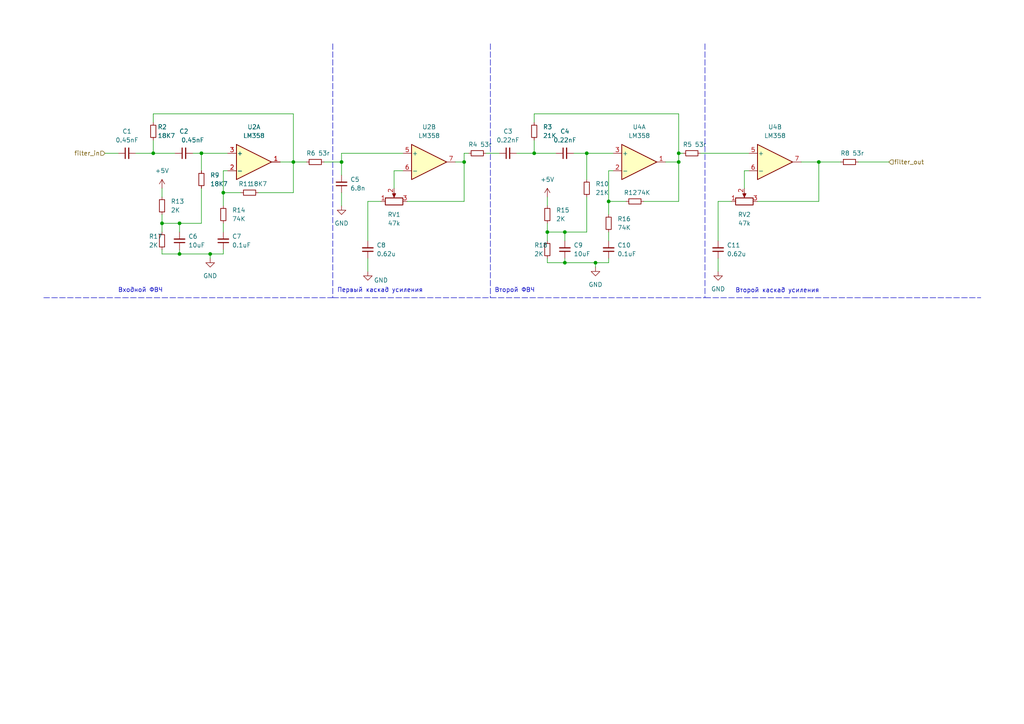
<source format=kicad_sch>
(kicad_sch (version 20211123) (generator eeschema)
  (paper "A4")
  (lib_symbols
    (symbol "Amplifier_Operational:LM358" (pin_names (offset 0.127))
      (property "Reference" "U" (at 0 5.08 0))
      (property "Value" "LM358" (at 0 -5.08 0))
      (symbol "LM358_1_1"
        (polyline (pts (xy -5.08 5.08) (xy 5.08 0) (xy -5.08 -5.08) (xy -5.08 5.08)) (stroke (width 0.254)) (fill (type background)))
        (pin output line (at 7.62 0 180) (length 2.54) (name "~") (number "1"))
        (pin input line (at -7.62 -2.54 0) (length 2.54) (name "-") (number "2"))
        (pin input line (at -7.62 2.54 0) (length 2.54) (name "+") (number "3"))
      )
      (symbol "LM358_2_1"
        (polyline (pts (xy -5.08 5.08) (xy 5.08 0) (xy -5.08 -5.08) (xy -5.08 5.08)) (stroke (width 0.254)) (fill (type background)))
        (pin input line (at -7.62 2.54 0) (length 2.54) (name "+") (number "5"))
        (pin input line (at -7.62 -2.54 0) (length 2.54) (name "-") (number "6"))
        (pin output line (at 7.62 0 180) (length 2.54) (name "~") (number "7"))
      )
      (symbol "LM358_3_1"
        (pin power_in line (at -2.54 -7.62 90) (length 3.81) (name "V-") (number "4"))
        (pin power_in line (at -2.54 7.62 270) (length 3.81) (name "V+") (number "8"))
      )
    )
    (symbol "Device:C_Small" (pin_numbers hide) (pin_names (offset 0.254) hide)
      (property "Reference" "C" (at 0.254 1.778 0))
      (property "Value" "C_Small" (at 0.254 -2.032 0))
      (symbol "C_Small_0_1"
        (polyline (pts (xy -1.524 -0.508) (xy 1.524 -0.508)) (stroke (width 0.3302)))
        (polyline (pts (xy -1.524 0.508) (xy 1.524 0.508)) (stroke (width 0.3048)))
      )
      (symbol "C_Small_1_1"
        (pin passive line (at 0 2.54 270) (length 2.032) (name "~") (number "1"))
        (pin passive line (at 0 -2.54 90) (length 2.032) (name "~") (number "2"))
      )
    )
    (symbol "Device:R_Potentiometer" (pin_names (offset 1.016) hide)
      (property "Reference" "RV" (at -4.445 0 90))
      (property "Value" "R_Potentiometer" (at -2.54 0 90))
      (symbol "R_Potentiometer_0_1"
        (polyline (pts (xy 2.54 0) (xy 1.524 0)))
        (polyline (pts (xy 1.143 0) (xy 2.286 0.508) (xy 2.286 -0.508) (xy 1.143 0)) (fill (type outline)))
        (rectangle (start 1.016 2.54) (end -1.016 -2.54) (stroke (width 0.254)))
      )
      (symbol "R_Potentiometer_1_1"
        (pin passive line (at 0 3.81 270) (length 1.27) (name "1") (number "1"))
        (pin passive line (at 3.81 0 180) (length 1.27) (name "2") (number "2"))
        (pin passive line (at 0 -3.81 90) (length 1.27) (name "3") (number "3"))
      )
    )
    (symbol "Device:R_Small" (pin_numbers hide) (pin_names (offset 0.254) hide)
      (property "Reference" "R" (at 0.762 0.508 0))
      (property "Value" "R_Small" (at 0.762 -1.016 0))
      (symbol "R_Small_0_1"
        (rectangle (start -0.762 1.778) (end 0.762 -1.778) (stroke (width 0.2032)))
      )
      (symbol "R_Small_1_1"
        (pin passive line (at 0 2.54 270) (length 0.762) (name "~") (number "1"))
        (pin passive line (at 0 -2.54 90) (length 0.762) (name "~") (number "2"))
      )
    )
    (symbol "power:+5V" (power) (pin_names (offset 0))
      (property "Value" "+5V" (at 0 3.556 0))
      (symbol "+5V_0_1"
        (polyline (pts (xy -0.762 1.27) (xy 0 2.54)))
        (polyline (pts (xy 0 0) (xy 0 2.54)))
        (polyline (pts (xy 0 2.54) (xy 0.762 1.27)))
      )
      (symbol "+5V_1_1"
        (pin power_in line (at 0 0 90) (length 0) hide (name "+5V") (number "1"))
      )
    )
    (symbol "power:GND" (power) (pin_names (offset 0))
      (property "Value" "GND" (at 0 -3.81 0))
      (symbol "GND_0_1"
        (polyline (pts (xy 0 0) (xy 0 -1.27) (xy 1.27 -1.27) (xy 0 -2.54) (xy -1.27 -1.27) (xy 0 -1.27)))
      )
      (symbol "GND_1_1"
        (pin power_in line (at 0 0 270) (length 0) hide (name "GND") (number "1"))
      )
    )
  )
  (junction (at 134.62 46.99))
  (junction (at 99.06 46.99))
  (junction (at 172.72 76.2))
  (junction (at 163.83 67.31))
  (junction (at 44.45 44.45))
  (junction (at 60.96 73.66))
  (junction (at 64.77 55.88))
  (junction (at 196.85 46.99))
  (junction (at 154.94 44.45))
  (junction (at 46.99 64.77))
  (junction (at 58.42 44.45))
  (junction (at 176.53 58.42))
  (junction (at 158.75 67.31))
  (junction (at 237.49 46.99))
  (junction (at 170.18 44.45))
  (junction (at 52.07 64.77))
  (junction (at 196.85 44.45))
  (junction (at 85.09 46.99))
  (junction (at 163.83 76.2))
  (junction (at 52.07 73.66))
  (wire (pts (xy 196.85 46.99) (xy 196.85 58.42)))
  (wire (pts (xy 170.18 67.31) (xy 163.83 67.31)))
  (wire (pts (xy 106.68 74.93) (xy 106.68 78.74)))
  (wire (pts (xy 64.77 67.31) (xy 64.77 64.77)))
  (wire (pts (xy 134.62 58.42) (xy 134.62 46.99)))
  (wire (pts (xy 154.94 35.56) (xy 154.94 33.02)))
  (wire (pts (xy 118.11 58.42) (xy 134.62 58.42)))
  (wire (pts (xy 203.2 44.45) (xy 217.17 44.45)))
  (wire (pts (xy 217.17 49.53) (xy 215.9 49.53)))
  (wire (pts (xy 46.99 73.66) (xy 52.07 73.66)))
  (wire (pts (xy 46.99 67.31) (xy 46.99 64.77)))
  (wire (pts (xy 99.06 55.88) (xy 99.06 59.69)))
  (wire (pts (xy 69.85 55.88) (xy 64.77 55.88)))
  (wire (pts (xy 196.85 44.45) (xy 198.12 44.45)))
  (wire (pts (xy 64.77 49.53) (xy 66.04 49.53)))
  (wire (pts (xy 154.94 44.45) (xy 154.94 40.64)))
  (wire (pts (xy 163.83 76.2) (xy 172.72 76.2)))
  (wire (pts (xy 158.75 76.2) (xy 163.83 76.2)))
  (wire (pts (xy 114.3 49.53) (xy 114.3 54.61)))
  (polyline (pts (xy 142.24 86.36) (xy 204.47 86.36)))
  (wire (pts (xy 176.53 58.42) (xy 176.53 62.23)))
  (wire (pts (xy 196.85 33.02) (xy 196.85 44.45)))
  (wire (pts (xy 52.07 72.39) (xy 52.07 73.66)))
  (wire (pts (xy 85.09 46.99) (xy 88.9 46.99)))
  (wire (pts (xy 208.28 69.85) (xy 208.28 58.42)))
  (wire (pts (xy 44.45 33.02) (xy 44.45 35.56)))
  (wire (pts (xy 163.83 74.93) (xy 163.83 76.2)))
  (wire (pts (xy 85.09 33.02) (xy 85.09 46.99)))
  (wire (pts (xy 215.9 49.53) (xy 215.9 54.61)))
  (wire (pts (xy 60.96 73.66) (xy 60.96 74.93)))
  (wire (pts (xy 172.72 76.2) (xy 172.72 77.47)))
  (wire (pts (xy 196.85 58.42) (xy 186.69 58.42)))
  (polyline (pts (xy 142.24 12.7) (xy 142.24 86.36)))
  (wire (pts (xy 176.53 49.53) (xy 176.53 58.42)))
  (wire (pts (xy 158.75 74.93) (xy 158.75 76.2)))
  (wire (pts (xy 237.49 46.99) (xy 243.84 46.99)))
  (wire (pts (xy 248.92 46.99) (xy 257.81 46.99)))
  (wire (pts (xy 106.68 58.42) (xy 110.49 58.42)))
  (wire (pts (xy 55.88 44.45) (xy 58.42 44.45)))
  (wire (pts (xy 149.86 44.45) (xy 154.94 44.45)))
  (wire (pts (xy 170.18 44.45) (xy 177.8 44.45)))
  (wire (pts (xy 140.97 44.45) (xy 144.78 44.45)))
  (wire (pts (xy 237.49 58.42) (xy 237.49 46.99)))
  (wire (pts (xy 170.18 52.07) (xy 170.18 44.45)))
  (wire (pts (xy 106.68 69.85) (xy 106.68 58.42)))
  (wire (pts (xy 154.94 44.45) (xy 161.29 44.45)))
  (wire (pts (xy 58.42 44.45) (xy 66.04 44.45)))
  (wire (pts (xy 158.75 67.31) (xy 163.83 67.31)))
  (wire (pts (xy 52.07 64.77) (xy 52.07 67.31)))
  (wire (pts (xy 85.09 46.99) (xy 85.09 55.88)))
  (wire (pts (xy 116.84 44.45) (xy 99.06 44.45)))
  (wire (pts (xy 99.06 44.45) (xy 99.06 46.99)))
  (wire (pts (xy 52.07 73.66) (xy 60.96 73.66)))
  (wire (pts (xy 64.77 55.88) (xy 64.77 59.69)))
  (wire (pts (xy 58.42 44.45) (xy 58.42 49.53)))
  (polyline (pts (xy 204.47 86.36) (xy 251.46 86.36)))
  (wire (pts (xy 39.37 44.45) (xy 44.45 44.45)))
  (wire (pts (xy 46.99 54.61) (xy 46.99 57.15)))
  (wire (pts (xy 181.61 58.42) (xy 176.53 58.42)))
  (polyline (pts (xy 96.52 86.36) (xy 142.24 86.36)))
  (wire (pts (xy 44.45 44.45) (xy 44.45 40.64)))
  (wire (pts (xy 158.75 64.77) (xy 158.75 67.31)))
  (wire (pts (xy 134.62 46.99) (xy 132.08 46.99)))
  (wire (pts (xy 58.42 54.61) (xy 58.42 64.77)))
  (wire (pts (xy 166.37 44.45) (xy 170.18 44.45)))
  (wire (pts (xy 64.77 73.66) (xy 60.96 73.66)))
  (wire (pts (xy 176.53 74.93) (xy 176.53 76.2)))
  (wire (pts (xy 64.77 72.39) (xy 64.77 73.66)))
  (wire (pts (xy 30.48 44.45) (xy 34.29 44.45)))
  (wire (pts (xy 135.89 44.45) (xy 134.62 44.45)))
  (wire (pts (xy 58.42 64.77) (xy 52.07 64.77)))
  (polyline (pts (xy 204.47 12.7) (xy 204.47 86.36)))
  (wire (pts (xy 193.04 46.99) (xy 196.85 46.99)))
  (wire (pts (xy 64.77 55.88) (xy 64.77 49.53)))
  (wire (pts (xy 170.18 57.15) (xy 170.18 67.31)))
  (wire (pts (xy 99.06 46.99) (xy 99.06 50.8)))
  (wire (pts (xy 44.45 44.45) (xy 50.8 44.45)))
  (wire (pts (xy 237.49 46.99) (xy 232.41 46.99)))
  (wire (pts (xy 85.09 33.02) (xy 44.45 33.02)))
  (wire (pts (xy 116.84 49.53) (xy 114.3 49.53)))
  (wire (pts (xy 163.83 67.31) (xy 163.83 69.85)))
  (wire (pts (xy 81.28 46.99) (xy 85.09 46.99)))
  (wire (pts (xy 134.62 44.45) (xy 134.62 46.99)))
  (wire (pts (xy 154.94 33.02) (xy 196.85 33.02)))
  (wire (pts (xy 46.99 64.77) (xy 52.07 64.77)))
  (wire (pts (xy 93.98 46.99) (xy 99.06 46.99)))
  (wire (pts (xy 176.53 76.2) (xy 172.72 76.2)))
  (wire (pts (xy 85.09 55.88) (xy 74.93 55.88)))
  (polyline (pts (xy 251.46 86.36) (xy 284.48 86.36)))
  (wire (pts (xy 208.28 58.42) (xy 212.09 58.42)))
  (wire (pts (xy 208.28 74.93) (xy 208.28 78.74)))
  (polyline (pts (xy 96.52 12.7) (xy 96.52 86.36)))
  (wire (pts (xy 177.8 49.53) (xy 176.53 49.53)))
  (wire (pts (xy 46.99 72.39) (xy 46.99 73.66)))
  (wire (pts (xy 158.75 57.15) (xy 158.75 59.69)))
  (polyline (pts (xy 12.7 86.36) (xy 96.52 86.36)))
  (wire (pts (xy 219.71 58.42) (xy 237.49 58.42)))
  (wire (pts (xy 158.75 69.85) (xy 158.75 67.31)))
  (wire (pts (xy 176.53 69.85) (xy 176.53 67.31)))
  (wire (pts (xy 46.99 62.23) (xy 46.99 64.77)))
  (wire (pts (xy 196.85 44.45) (xy 196.85 46.99)))
  (text "Первый каскад усиления" (at 97.773 84.9998 0) (effects (font (size 1.27 1.27)) (justify left bottom)))
  (text "Второй ФВЧ" (at 143.4344 84.9998 0) (effects (font (size 1.27 1.27)) (justify left bottom)))
  (text "Входной ФВЧ " (at 34.2045 84.9998 0) (effects (font (size 1.27 1.27)) (justify left bottom)))
  (text "Второй каскад усиления" (at 213.2628 85.0899 0) (effects (font (size 1.27 1.27)) (justify left bottom)))
  (hierarchical_label "filter_out" (shape input) (at 257.81 46.99 0))
  (hierarchical_label "filter_in" (shape input) (at 30.48 44.45 180))
  (symbol (lib_id "Device:R_Small") (at 46.99 59.69 0) (unit 1)
    (property "Reference" "R13" (at 49.53 58.4199 0) (effects (justify left)))
    (property "Value" "2K" (at 49.53 60.9599 0) (effects (justify left)))
    (property "Footprint" "Resistor_SMD:R_0603_1608Metric" (effects hide))
  )
  (symbol (lib_id "Device:C_Small") (at 163.83 72.39 180) (unit 1)
    (property "Reference" "C9" (at 166.37 71.1135 0) (effects (justify right)))
    (property "Value" "10uF" (at 166.37 73.6535 0) (effects (justify right)))
    (property "Footprint" "Capacitor_SMD:C_0603_1608Metric" (effects hide))
  )
  (symbol (lib_id "Device:C_Small") (at 52.07 69.85 180) (unit 1)
    (property "Reference" "C6" (at 54.61 68.5735 0) (effects (justify right)))
    (property "Value" "10uF" (at 54.61 71.1135 0) (effects (justify right)))
    (property "Footprint" "Capacitor_SMD:C_0603_1608Metric" (effects hide))
  )
  (symbol (lib_id "Amplifier_Operational:LM358") (at 185.42 46.99 0) (unit 1)
    (property "Reference" "U4" (at 185.42 36.83 0))
    (property "Value" "LM358" (at 185.42 39.37 0))
    (property "Footprint" "Package_SO:SO-8_3.9x4.9mm_P1.27mm" (effects hide))
    (property "Datasheet" "http://www.ti.com/lit/ds/symlink/lm2904-n.pdf" (effects hide))
  )
  (symbol (lib_id "power:GND") (at 172.72 77.47 0) (unit 1)
    (property "Reference" "#PWR09" (effects hide))
    (property "Value" "GND" (at 172.72 82.55 0))
  )
  (symbol (lib_id "Device:C_Small") (at 36.83 44.45 90) (unit 1)
    (property "Reference" "C1" (at 36.8363 38.1 90))
    (property "Value" "0.45nF" (at 36.8363 40.64 90))
    (property "Footprint" "Capacitor_SMD:C_0603_1608Metric" (effects hide))
  )
  (symbol (lib_id "Device:R_Small") (at 170.18 54.61 0) (unit 1)
    (property "Reference" "R10" (at 172.72 53.3399 0) (effects (justify left)))
    (property "Value" "21K" (at 172.72 55.8799 0) (effects (justify left)))
    (property "Footprint" "Resistor_SMD:R_0603_1608Metric" (effects hide))
  )
  (symbol (lib_id "Device:C_Small") (at 208.28 72.39 180) (unit 1)
    (property "Reference" "C11" (at 210.82 71.12 0) (effects (justify right)))
    (property "Value" "0.62u" (at 210.82 73.66 0) (effects (justify right)))
    (property "Footprint" "Capacitor_SMD:C_0603_1608Metric" (effects hide))
  )
  (symbol (lib_id "Device:C_Small") (at 99.06 53.34 180) (unit 1)
    (property "Reference" "C5" (at 101.6 52.0635 0) (effects (justify right)))
    (property "Value" "6.8n" (at 101.6 54.6035 0) (effects (justify right)))
    (property "Footprint" "Capacitor_SMD:C_0603_1608Metric" (effects hide))
  )
  (symbol (lib_id "Device:C_Small") (at 53.34 44.45 90) (unit 1)
    (property "Reference" "C2" (at 53.34 38.1 90))
    (property "Value" "0.45nF" (at 55.88 40.64 90))
    (property "Footprint" "Capacitor_SMD:C_0603_1608Metric" (effects hide))
  )
  (symbol (lib_id "Amplifier_Operational:LM358") (at 124.46 46.99 0) (unit 2)
    (property "Reference" "U2" (at 124.46 36.83 0))
    (property "Value" "LM358" (at 124.46 39.37 0))
    (property "Footprint" "Package_SO:SO-8_3.9x4.9mm_P1.27mm" (effects hide))
    (property "Datasheet" "http://www.ti.com/lit/ds/symlink/lm2904-n.pdf" (effects hide))
  )
  (symbol (lib_id "Device:R_Small") (at 246.38 46.99 90) (unit 1)
    (property "Reference" "R8" (at 245.11 44.45 90))
    (property "Value" "53r" (at 248.92 44.45 90))
    (property "Footprint" "Resistor_SMD:R_0603_1608Metric" (effects hide))
  )
  (symbol (lib_id "Device:R_Small") (at 176.53 64.77 0) (unit 1)
    (property "Reference" "R16" (at 179.07 63.4999 0) (effects (justify left)))
    (property "Value" "74K" (at 179.07 66.0399 0) (effects (justify left)))
    (property "Footprint" "Resistor_SMD:R_0603_1608Metric" (effects hide))
  )
  (symbol (lib_id "power:+5V") (at 158.75 57.15 0) (unit 1)
    (property "Reference" "#PWR05" (effects hide))
    (property "Value" "+5V" (at 158.75 52.07 0))
  )
  (symbol (lib_id "Device:C_Small") (at 163.83 44.45 90) (unit 1)
    (property "Reference" "C4" (at 163.8363 38.1 90))
    (property "Value" "0.22nF" (at 163.8363 40.64 90))
    (property "Footprint" "Capacitor_SMD:C_0603_1608Metric" (effects hide))
  )
  (symbol (lib_id "Device:R_Small") (at 46.99 69.85 0) (unit 1)
    (property "Reference" "R17" (at 43.18 68.58 0) (effects (justify left)))
    (property "Value" "2K" (at 43.18 71.12 0) (effects (justify left)))
    (property "Footprint" "Resistor_SMD:R_0603_1608Metric" (effects hide))
  )
  (symbol (lib_id "power:+5V") (at 46.99 54.61 0) (unit 1)
    (property "Reference" "#PWR04" (effects hide))
    (property "Value" "+5V" (at 46.99 49.53 0))
  )
  (symbol (lib_id "Device:R_Small") (at 158.75 62.23 0) (unit 1)
    (property "Reference" "R15" (at 161.29 60.9599 0) (effects (justify left)))
    (property "Value" "2K" (at 161.29 63.4999 0) (effects (justify left)))
    (property "Footprint" "Resistor_SMD:R_0603_1608Metric" (effects hide))
  )
  (symbol (lib_id "Device:R_Small") (at 200.66 44.45 90) (unit 1)
    (property "Reference" "R5" (at 199.39 41.91 90))
    (property "Value" "53r" (at 203.2 41.91 90))
    (property "Footprint" "Resistor_SMD:R_0603_1608Metric" (effects hide))
  )
  (symbol (lib_id "Device:R_Small") (at 184.15 58.42 90) (unit 1)
    (property "Reference" "R12" (at 182.88 55.88 90))
    (property "Value" "74K" (at 186.69 55.88 90))
    (property "Footprint" "Resistor_SMD:R_0603_1608Metric" (effects hide))
  )
  (symbol (lib_id "Device:R_Small") (at 154.94 38.1 180) (unit 1)
    (property "Reference" "R3" (at 157.48 36.8299 0) (effects (justify right)))
    (property "Value" "21K" (at 157.48 39.3699 0) (effects (justify right)))
    (property "Footprint" "Resistor_SMD:R_0603_1608Metric" (effects hide))
  )
  (symbol (lib_id "power:GND") (at 60.96 74.93 0) (unit 1)
    (property "Reference" "#PWR08" (effects hide))
    (property "Value" "GND" (at 60.96 80.01 0))
  )
  (symbol (lib_id "Device:R_Small") (at 58.42 52.07 0) (unit 1)
    (property "Reference" "R9" (at 60.96 50.7999 0) (effects (justify left)))
    (property "Value" "18K7" (at 60.96 53.3399 0) (effects (justify left)))
    (property "Footprint" "Resistor_SMD:R_0603_1608Metric" (effects hide))
  )
  (symbol (lib_id "Device:R_Small") (at 138.43 44.45 90) (unit 1)
    (property "Reference" "R4" (at 137.16 41.91 90))
    (property "Value" "53r" (at 140.97 41.91 90))
    (property "Footprint" "Resistor_SMD:R_0603_1608Metric" (effects hide))
  )
  (symbol (lib_id "Device:R_Potentiometer") (at 114.3 58.42 90) (unit 1)
    (property "Reference" "RV1" (at 114.3 62.23 90))
    (property "Value" "47k" (at 114.3 64.77 90))
    (property "Footprint" "Potentiometer_THT:Potentiometer_Bourns_3296W_Vertical" (effects hide))
  )
  (symbol (lib_id "Device:C_Small") (at 147.32 44.45 90) (unit 1)
    (property "Reference" "C3" (at 147.3263 38.1 90))
    (property "Value" "0.22nF" (at 147.3263 40.64 90))
    (property "Footprint" "Capacitor_SMD:C_0603_1608Metric" (effects hide))
  )
  (symbol (lib_id "Device:R_Small") (at 158.75 72.39 0) (unit 1)
    (property "Reference" "R18" (at 154.94 71.12 0) (effects (justify left)))
    (property "Value" "2K" (at 154.94 73.66 0) (effects (justify left)))
    (property "Footprint" "Resistor_SMD:R_0603_1608Metric" (effects hide))
  )
  (symbol (lib_id "Device:R_Potentiometer") (at 215.9 58.42 90) (unit 1)
    (property "Reference" "RV2" (at 215.9 62.23 90))
    (property "Value" "47k" (at 215.9 64.77 90))
    (property "Footprint" "Potentiometer_THT:Potentiometer_Bourns_3296W_Vertical" (effects hide))
  )
  (symbol (lib_id "Amplifier_Operational:LM358") (at 73.66 46.99 0) (unit 1)
    (property "Reference" "U2" (at 73.66 36.83 0))
    (property "Value" "LM358" (at 73.66 39.37 0))
    (property "Footprint" "Package_SO:SO-8_3.9x4.9mm_P1.27mm" (effects hide))
    (property "Datasheet" "http://www.ti.com/lit/ds/symlink/lm2904-n.pdf" (effects hide))
  )
  (symbol (lib_id "Device:R_Small") (at 64.77 62.23 0) (unit 1)
    (property "Reference" "R14" (at 67.31 60.9599 0) (effects (justify left)))
    (property "Value" "74K" (at 67.31 63.4999 0) (effects (justify left)))
    (property "Footprint" "Resistor_SMD:R_0603_1608Metric" (effects hide))
  )
  (symbol (lib_id "Device:C_Small") (at 106.68 72.39 180) (unit 1)
    (property "Reference" "C8" (at 109.22 71.1135 0) (effects (justify right)))
    (property "Value" "0.62u" (at 109.22 73.6535 0) (effects (justify right)))
    (property "Footprint" "Capacitor_SMD:C_0603_1608Metric" (effects hide))
  )
  (symbol (lib_id "Device:R_Small") (at 72.39 55.88 90) (unit 1)
    (property "Reference" "R11" (at 71.12 53.34 90))
    (property "Value" "18K7" (at 74.93 53.34 90))
    (property "Footprint" "Resistor_SMD:R_0603_1608Metric" (effects hide))
  )
  (symbol (lib_id "Device:C_Small") (at 64.77 69.85 180) (unit 1)
    (property "Reference" "C7" (at 67.31 68.5735 0) (effects (justify right)))
    (property "Value" "0.1uF" (at 67.31 71.1135 0) (effects (justify right)))
    (property "Footprint" "Capacitor_SMD:C_0603_1608Metric" (effects hide))
  )
  (symbol (lib_id "power:GND") (at 208.28 78.74 0) (unit 1)
    (property "Reference" "#PWR011" (effects hide))
    (property "Value" "GND" (at 208.28 83.82 0))
  )
  (symbol (lib_id "Device:R_Small") (at 44.45 38.1 180) (unit 1)
    (property "Reference" "R2" (at 45.72 36.83 0) (effects (justify right)))
    (property "Value" "18K7" (at 45.72 39.37 0) (effects (justify right)))
    (property "Footprint" "Resistor_SMD:R_0603_1608Metric" (effects hide))
  )
  (symbol (lib_id "Device:C_Small") (at 176.53 72.39 180) (unit 1)
    (property "Reference" "C10" (at 179.07 71.1135 0) (effects (justify right)))
    (property "Value" "0.1uF" (at 179.07 73.6535 0) (effects (justify right)))
    (property "Footprint" "Capacitor_SMD:C_0603_1608Metric" (effects hide))
  )
  (symbol (lib_id "power:GND") (at 99.06 59.69 0) (unit 1)
    (property "Reference" "#PWR07" (effects hide))
    (property "Value" "GND" (at 99.06 64.77 0))
  )
  (symbol (lib_id "Amplifier_Operational:LM358") (at 224.79 46.99 0) (unit 2)
    (property "Reference" "U4" (at 224.79 36.83 0))
    (property "Value" "LM358" (at 224.79 39.37 0))
    (property "Footprint" "Package_SO:SO-8_3.9x4.9mm_P1.27mm" (effects hide))
    (property "Datasheet" "http://www.ti.com/lit/ds/symlink/lm2904-n.pdf" (effects hide))
  )
  (symbol (lib_id "Device:R_Small") (at 91.44 46.99 90) (unit 1)
    (property "Reference" "R6" (at 90.17 44.45 90))
    (property "Value" "53r" (at 93.98 44.45 90))
    (property "Footprint" "Resistor_SMD:R_0603_1608Metric" (effects hide))
  )
  (symbol (lib_id "power:GND") (at 106.68 78.74 0) (unit 1)
    (property "Reference" "#PWR010" (effects hide))
    (property "Value" "GND" (at 110.49 81.28 0))
  )
)
</source>
